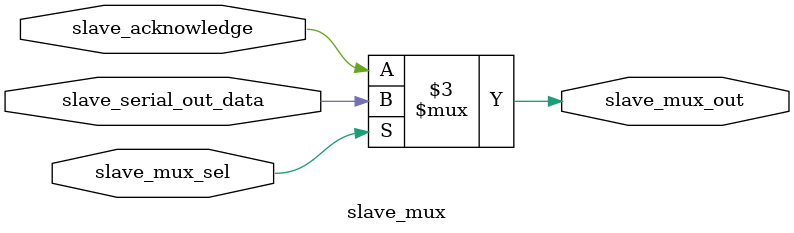
<source format=v>

module slave_mux(slave_mux_sel, slave_serial_out_data,slave_mux_out, slave_acknowledge);
 input slave_mux_sel, slave_serial_out_data, slave_acknowledge;
output reg slave_mux_out;

always@(slave_mux_sel, slave_acknowledge, slave_serial_out_data)
if(slave_mux_sel)
slave_mux_out = slave_serial_out_data;
else
slave_mux_out = slave_acknowledge;
endmodule
</source>
